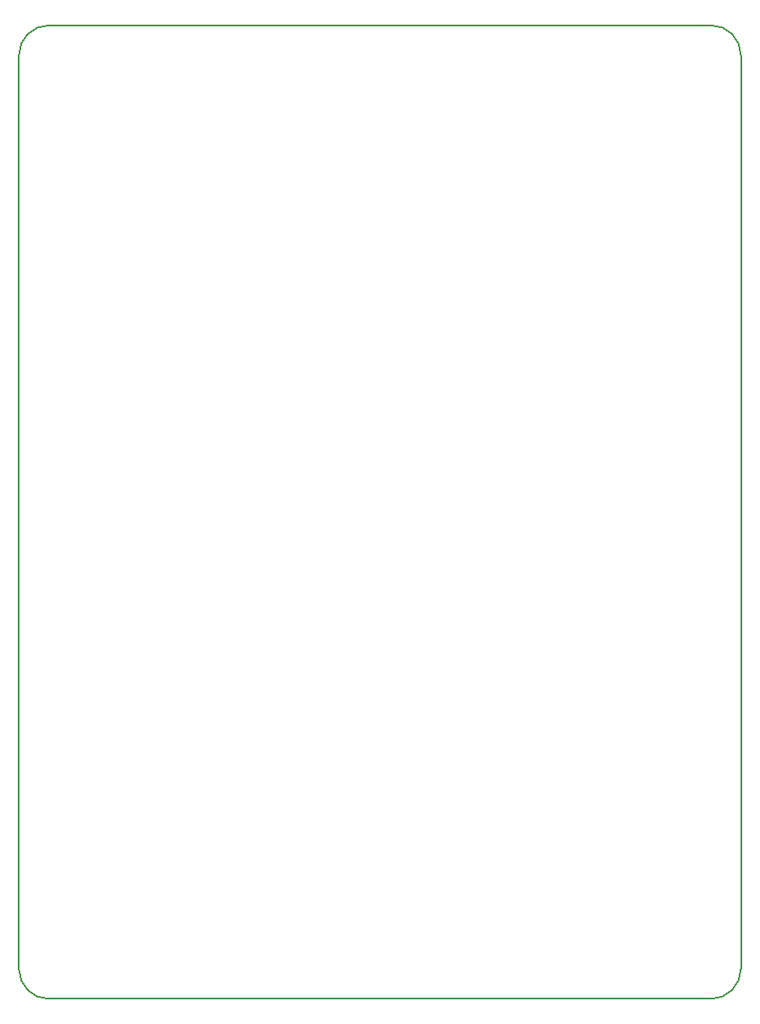
<source format=gm1>
G04 #@! TF.GenerationSoftware,KiCad,Pcbnew,5.0.1*
G04 #@! TF.CreationDate,2019-02-05T22:36:18+00:00*
G04 #@! TF.ProjectId,nixie_control_board,6E697869655F636F6E74726F6C5F626F,rev?*
G04 #@! TF.SameCoordinates,Original*
G04 #@! TF.FileFunction,Profile,NP*
%FSLAX46Y46*%
G04 Gerber Fmt 4.6, Leading zero omitted, Abs format (unit mm)*
G04 Created by KiCad (PCBNEW 5.0.1) date Di 05 Feb 2019 22:36:18 UTC*
%MOMM*%
%LPD*%
G01*
G04 APERTURE LIST*
%ADD10C,0.150000*%
G04 APERTURE END LIST*
D10*
X185000000Y-53000000D02*
G75*
G03X182000000Y-50000000I-3000000J0D01*
G01*
X182000000Y-147000000D02*
G75*
G03X185000000Y-144000000I0J3000000D01*
G01*
X113000000Y-144000000D02*
G75*
G03X116000000Y-147000000I3000000J0D01*
G01*
X116000000Y-50000000D02*
G75*
G03X113000000Y-53000000I0J-3000000D01*
G01*
X116000000Y-50000000D02*
X182000000Y-50000000D01*
X113000000Y-144000000D02*
X113000000Y-53000000D01*
X185000000Y-144000000D02*
X185000000Y-53000000D01*
X116000000Y-147000000D02*
X182000000Y-147000000D01*
M02*

</source>
